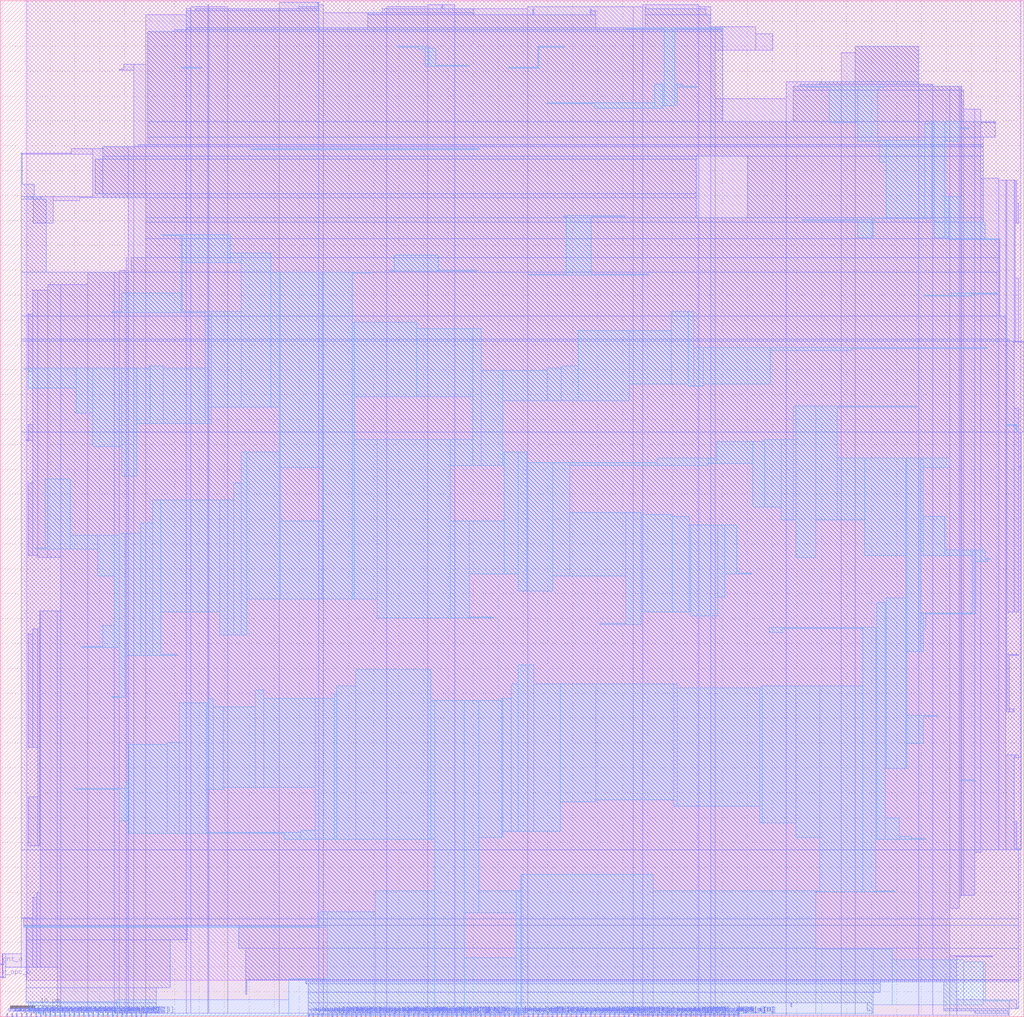
<source format=lef>
VERSION 5.8 ;
BUSBITCHARS "[]" ;
DIVIDERCHAR "/" ;
UNITS
    DATABASE MICRONS 1000 ;
END UNITS

MACRO timer_unit
  FOREIGN timer_unit 0 0 ;
  CLASS BLOCK ;
  SIZE 205.585 BY 204.12 ;
  PIN VDD
    USE POWER ;
    DIRECTION INOUT ;
  END VDD
  PIN VSS
    USE GROUND ;
    DIRECTION INOUT ;
  END VSS
  PIN gnt_o
    DIRECTION OUTPUT ;
    USE SIGNAL ;
    PORT
      LAYER Metal2 ;
        RECT  0 10.4 0.72 10.6 ;
    END
  END gnt_o
  PIN r_opc_o
    DIRECTION OUTPUT ;
    USE SIGNAL ;
    PORT
      LAYER Metal2 ;
        RECT  0 7.88 0.72 8.08 ;
    END
  END r_opc_o
  PIN addr_i[0]
    DIRECTION INPUT ;
    USE SIGNAL ;
    PORT
      LAYER Metal3 ;
        RECT  148.22 0 148.42 0.72 ;
    END
  END addr_i[0]
  PIN addr_i[10]
    DIRECTION INPUT ;
    USE SIGNAL ;
    PORT
      LAYER Metal3 ;
        RECT  1.34 0 1.54 0.72 ;
    END
  END addr_i[10]
  PIN addr_i[11]
    DIRECTION INPUT ;
    USE SIGNAL ;
    PORT
      LAYER Metal3 ;
        RECT  2.3 0 2.5 0.72 ;
    END
  END addr_i[11]
  PIN addr_i[12]
    DIRECTION INPUT ;
    USE SIGNAL ;
    PORT
      LAYER Metal3 ;
        RECT  3.26 0 3.46 0.72 ;
    END
  END addr_i[12]
  PIN addr_i[13]
    DIRECTION INPUT ;
    USE SIGNAL ;
    PORT
      LAYER Metal3 ;
        RECT  4.22 0 4.42 0.72 ;
    END
  END addr_i[13]
  PIN addr_i[14]
    DIRECTION INPUT ;
    USE SIGNAL ;
    PORT
      LAYER Metal3 ;
        RECT  5.18 0 5.38 0.72 ;
    END
  END addr_i[14]
  PIN addr_i[15]
    DIRECTION INPUT ;
    USE SIGNAL ;
    PORT
      LAYER Metal3 ;
        RECT  6.14 0 6.34 0.72 ;
    END
  END addr_i[15]
  PIN addr_i[16]
    DIRECTION INPUT ;
    USE SIGNAL ;
    PORT
      LAYER Metal3 ;
        RECT  7.1 0 7.3 0.72 ;
    END
  END addr_i[16]
  PIN addr_i[17]
    DIRECTION INPUT ;
    USE SIGNAL ;
    PORT
      LAYER Metal3 ;
        RECT  8.06 0 8.26 0.72 ;
    END
  END addr_i[17]
  PIN addr_i[18]
    DIRECTION INPUT ;
    USE SIGNAL ;
    PORT
      LAYER Metal3 ;
        RECT  9.02 0 9.22 0.72 ;
    END
  END addr_i[18]
  PIN addr_i[19]
    DIRECTION INPUT ;
    USE SIGNAL ;
    PORT
      LAYER Metal3 ;
        RECT  9.98 0 10.18 0.72 ;
    END
  END addr_i[19]
  PIN addr_i[1]
    DIRECTION INPUT ;
    USE SIGNAL ;
    PORT
      LAYER Metal3 ;
        RECT  129.02 0 129.22 0.72 ;
    END
  END addr_i[1]
  PIN addr_i[20]
    DIRECTION INPUT ;
    USE SIGNAL ;
    PORT
      LAYER Metal3 ;
        RECT  10.94 0 11.14 0.72 ;
    END
  END addr_i[20]
  PIN addr_i[21]
    DIRECTION INPUT ;
    USE SIGNAL ;
    PORT
      LAYER Metal3 ;
        RECT  11.9 0 12.1 0.72 ;
    END
  END addr_i[21]
  PIN addr_i[22]
    DIRECTION INPUT ;
    USE SIGNAL ;
    PORT
      LAYER Metal3 ;
        RECT  12.86 0 13.06 0.72 ;
    END
  END addr_i[22]
  PIN addr_i[23]
    DIRECTION INPUT ;
    USE SIGNAL ;
    PORT
      LAYER Metal3 ;
        RECT  13.82 0 14.02 0.72 ;
    END
  END addr_i[23]
  PIN addr_i[24]
    DIRECTION INPUT ;
    USE SIGNAL ;
    PORT
      LAYER Metal3 ;
        RECT  14.78 0 14.98 0.72 ;
    END
  END addr_i[24]
  PIN addr_i[25]
    DIRECTION INPUT ;
    USE SIGNAL ;
    PORT
      LAYER Metal3 ;
        RECT  15.74 0 15.94 0.72 ;
    END
  END addr_i[25]
  PIN addr_i[26]
    DIRECTION INPUT ;
    USE SIGNAL ;
    PORT
      LAYER Metal3 ;
        RECT  16.7 0 16.9 0.72 ;
    END
  END addr_i[26]
  PIN addr_i[27]
    DIRECTION INPUT ;
    USE SIGNAL ;
    PORT
      LAYER Metal3 ;
        RECT  17.66 0 17.86 0.72 ;
    END
  END addr_i[27]
  PIN addr_i[28]
    DIRECTION INPUT ;
    USE SIGNAL ;
    PORT
      LAYER Metal3 ;
        RECT  18.62 0 18.82 0.72 ;
    END
  END addr_i[28]
  PIN addr_i[29]
    DIRECTION INPUT ;
    USE SIGNAL ;
    PORT
      LAYER Metal3 ;
        RECT  19.58 0 19.78 0.72 ;
    END
  END addr_i[29]
  PIN addr_i[2]
    DIRECTION INPUT ;
    USE SIGNAL ;
    PORT
      LAYER Metal3 ;
        RECT  138.62 0 138.82 0.72 ;
    END
  END addr_i[2]
  PIN addr_i[30]
    DIRECTION INPUT ;
    USE SIGNAL ;
    PORT
      LAYER Metal3 ;
        RECT  20.54 0 20.74 0.72 ;
    END
  END addr_i[30]
  PIN addr_i[31]
    DIRECTION INPUT ;
    USE SIGNAL ;
    PORT
      LAYER Metal3 ;
        RECT  21.5 0 21.7 0.72 ;
    END
  END addr_i[31]
  PIN addr_i[3]
    DIRECTION INPUT ;
    USE SIGNAL ;
    PORT
      LAYER Metal3 ;
        RECT  127.1 0 127.3 0.72 ;
    END
  END addr_i[3]
  PIN addr_i[4]
    DIRECTION INPUT ;
    USE SIGNAL ;
    PORT
      LAYER Metal3 ;
        RECT  146.3 0 146.5 0.72 ;
    END
  END addr_i[4]
  PIN addr_i[5]
    DIRECTION INPUT ;
    USE SIGNAL ;
    PORT
      LAYER Metal3 ;
        RECT  105.98 0 106.18 0.72 ;
    END
  END addr_i[5]
  PIN addr_i[6]
    DIRECTION INPUT ;
    USE SIGNAL ;
    PORT
      LAYER Metal3 ;
        RECT  22.46 0 22.66 0.72 ;
    END
  END addr_i[6]
  PIN addr_i[7]
    DIRECTION INPUT ;
    USE SIGNAL ;
    PORT
      LAYER Metal3 ;
        RECT  23.42 0 23.62 0.72 ;
    END
  END addr_i[7]
  PIN addr_i[8]
    DIRECTION INPUT ;
    USE SIGNAL ;
    PORT
      LAYER Metal3 ;
        RECT  24.38 0 24.58 0.72 ;
    END
  END addr_i[8]
  PIN addr_i[9]
    DIRECTION INPUT ;
    USE SIGNAL ;
    PORT
      LAYER Metal3 ;
        RECT  25.34 0 25.54 0.72 ;
    END
  END addr_i[9]
  PIN be_i[0]
    DIRECTION INPUT ;
    USE SIGNAL ;
    PORT
      LAYER Metal3 ;
        RECT  26.3 0 26.5 0.72 ;
    END
  END be_i[0]
  PIN be_i[1]
    DIRECTION INPUT ;
    USE SIGNAL ;
    PORT
      LAYER Metal3 ;
        RECT  27.26 0 27.46 0.72 ;
    END
  END be_i[1]
  PIN be_i[2]
    DIRECTION INPUT ;
    USE SIGNAL ;
    PORT
      LAYER Metal3 ;
        RECT  28.22 0 28.42 0.72 ;
    END
  END be_i[2]
  PIN be_i[3]
    DIRECTION INPUT ;
    USE SIGNAL ;
    PORT
      LAYER Metal3 ;
        RECT  29.18 0 29.38 0.72 ;
    END
  END be_i[3]
  PIN busy_o
    DIRECTION OUTPUT ;
    USE SIGNAL ;
    PORT
      LAYER Metal3 ;
        RECT  101.18 0 101.38 0.72 ;
    END
  END busy_o
  PIN clk_i
    DIRECTION INPUT ;
    USE SIGNAL ;
    PORT
      LAYER Metal3 ;
        RECT  112.7 0 112.9 0.72 ;
    END
  END clk_i
  PIN event_hi_i
    DIRECTION INPUT ;
    USE SIGNAL ;
    PORT
      LAYER Metal3 ;
        RECT  128.06 0 128.26 0.72 ;
    END
  END event_hi_i
  PIN event_lo_i
    DIRECTION INPUT ;
    USE SIGNAL ;
    PORT
      LAYER Metal3 ;
        RECT  106.94 0 107.14 0.72 ;
    END
  END event_lo_i
  PIN id_i[0]
    DIRECTION INPUT ;
    USE SIGNAL ;
    PORT
      LAYER Metal3 ;
        RECT  98.3 0 98.5 0.72 ;
    END
  END id_i[0]
  PIN id_i[1]
    DIRECTION INPUT ;
    USE SIGNAL ;
    PORT
      LAYER Metal3 ;
        RECT  144.38 0 144.58 0.72 ;
    END
  END id_i[1]
  PIN id_i[2]
    DIRECTION INPUT ;
    USE SIGNAL ;
    PORT
      LAYER Metal3 ;
        RECT  96.38 0 96.58 0.72 ;
    END
  END id_i[2]
  PIN id_i[3]
    DIRECTION INPUT ;
    USE SIGNAL ;
    PORT
      LAYER Metal3 ;
        RECT  139.58 0 139.78 0.72 ;
    END
  END id_i[3]
  PIN id_i[4]
    DIRECTION INPUT ;
    USE SIGNAL ;
    PORT
      LAYER Metal3 ;
        RECT  95.42 0 95.62 0.72 ;
    END
  END id_i[4]
  PIN irq_hi_o
    DIRECTION OUTPUT ;
    USE SIGNAL ;
    PORT
      LAYER Metal3 ;
        RECT  94.46 0 94.66 0.72 ;
    END
  END irq_hi_o
  PIN irq_lo_o
    DIRECTION OUTPUT ;
    USE SIGNAL ;
    PORT
      LAYER Metal3 ;
        RECT  100.22 0 100.42 0.72 ;
    END
  END irq_lo_o
  PIN r_id_o[0]
    DIRECTION OUTPUT ;
    USE SIGNAL ;
    PORT
      LAYER Metal3 ;
        RECT  108.86 0 109.06 0.72 ;
    END
  END r_id_o[0]
  PIN r_id_o[1]
    DIRECTION OUTPUT ;
    USE SIGNAL ;
    PORT
      LAYER Metal3 ;
        RECT  129.98 0 130.18 0.72 ;
    END
  END r_id_o[1]
  PIN r_id_o[2]
    DIRECTION OUTPUT ;
    USE SIGNAL ;
    PORT
      LAYER Metal3 ;
        RECT  111.74 0 111.94 0.72 ;
    END
  END r_id_o[2]
  PIN r_id_o[3]
    DIRECTION OUTPUT ;
    USE SIGNAL ;
    PORT
      LAYER Metal3 ;
        RECT  90.62 0 90.82 0.72 ;
    END
  END r_id_o[3]
  PIN r_id_o[4]
    DIRECTION OUTPUT ;
    USE SIGNAL ;
    PORT
      LAYER Metal3 ;
        RECT  109.82 0 110.02 0.72 ;
    END
  END r_id_o[4]
  PIN r_rdata_o[0]
    DIRECTION OUTPUT ;
    USE SIGNAL ;
    PORT
      LAYER Metal3 ;
        RECT  103.1 0 103.3 0.72 ;
    END
  END r_rdata_o[0]
  PIN r_rdata_o[10]
    DIRECTION OUTPUT ;
    USE SIGNAL ;
    PORT
      LAYER Metal3 ;
        RECT  130.94 0 131.14 0.72 ;
    END
  END r_rdata_o[10]
  PIN r_rdata_o[11]
    DIRECTION OUTPUT ;
    USE SIGNAL ;
    PORT
      LAYER Metal3 ;
        RECT  87.74 0 87.94 0.72 ;
    END
  END r_rdata_o[11]
  PIN r_rdata_o[12]
    DIRECTION OUTPUT ;
    USE SIGNAL ;
    PORT
      LAYER Metal3 ;
        RECT  110.78 0 110.98 0.72 ;
    END
  END r_rdata_o[12]
  PIN r_rdata_o[13]
    DIRECTION OUTPUT ;
    USE SIGNAL ;
    PORT
      LAYER Metal3 ;
        RECT  140.54 0 140.74 0.72 ;
    END
  END r_rdata_o[13]
  PIN r_rdata_o[14]
    DIRECTION OUTPUT ;
    USE SIGNAL ;
    PORT
      LAYER Metal3 ;
        RECT  85.82 0 86.02 0.72 ;
    END
  END r_rdata_o[14]
  PIN r_rdata_o[15]
    DIRECTION OUTPUT ;
    USE SIGNAL ;
    PORT
      LAYER Metal3 ;
        RECT  131.9 0 132.1 0.72 ;
    END
  END r_rdata_o[15]
  PIN r_rdata_o[16]
    DIRECTION OUTPUT ;
    USE SIGNAL ;
    PORT
      LAYER Metal3 ;
        RECT  118.46 0 118.66 0.72 ;
    END
  END r_rdata_o[16]
  PIN r_rdata_o[17]
    DIRECTION OUTPUT ;
    USE SIGNAL ;
    PORT
      LAYER Metal3 ;
        RECT  83.9 0 84.1 0.72 ;
    END
  END r_rdata_o[17]
  PIN r_rdata_o[18]
    DIRECTION OUTPUT ;
    USE SIGNAL ;
    PORT
      LAYER Metal3 ;
        RECT  82.94 0 83.14 0.72 ;
    END
  END r_rdata_o[18]
  PIN r_rdata_o[19]
    DIRECTION OUTPUT ;
    USE SIGNAL ;
    PORT
      LAYER Metal3 ;
        RECT  102.14 0 102.34 0.72 ;
    END
  END r_rdata_o[19]
  PIN r_rdata_o[1]
    DIRECTION OUTPUT ;
    USE SIGNAL ;
    PORT
      LAYER Metal3 ;
        RECT  132.86 0 133.06 0.72 ;
    END
  END r_rdata_o[1]
  PIN r_rdata_o[20]
    DIRECTION OUTPUT ;
    USE SIGNAL ;
    PORT
      LAYER Metal3 ;
        RECT  81.02 0 81.22 0.72 ;
    END
  END r_rdata_o[20]
  PIN r_rdata_o[21]
    DIRECTION OUTPUT ;
    USE SIGNAL ;
    PORT
      LAYER Metal3 ;
        RECT  80.06 0 80.26 0.72 ;
    END
  END r_rdata_o[21]
  PIN r_rdata_o[22]
    DIRECTION OUTPUT ;
    USE SIGNAL ;
    PORT
      LAYER Metal3 ;
        RECT  79.1 0 79.3 0.72 ;
    END
  END r_rdata_o[22]
  PIN r_rdata_o[23]
    DIRECTION OUTPUT ;
    USE SIGNAL ;
    PORT
      LAYER Metal3 ;
        RECT  113.66 0 113.86 0.72 ;
    END
  END r_rdata_o[23]
  PIN r_rdata_o[24]
    DIRECTION OUTPUT ;
    USE SIGNAL ;
    PORT
      LAYER Metal3 ;
        RECT  78.14 0 78.34 0.72 ;
    END
  END r_rdata_o[24]
  PIN r_rdata_o[25]
    DIRECTION OUTPUT ;
    USE SIGNAL ;
    PORT
      LAYER Metal3 ;
        RECT  141.5 0 141.7 0.72 ;
    END
  END r_rdata_o[25]
  PIN r_rdata_o[26]
    DIRECTION OUTPUT ;
    USE SIGNAL ;
    PORT
      LAYER Metal3 ;
        RECT  133.82 0 134.02 0.72 ;
    END
  END r_rdata_o[26]
  PIN r_rdata_o[27]
    DIRECTION OUTPUT ;
    USE SIGNAL ;
    PORT
      LAYER Metal3 ;
        RECT  114.62 0 114.82 0.72 ;
    END
  END r_rdata_o[27]
  PIN r_rdata_o[28]
    DIRECTION OUTPUT ;
    USE SIGNAL ;
    PORT
      LAYER Metal3 ;
        RECT  76.22 0 76.42 0.72 ;
    END
  END r_rdata_o[28]
  PIN r_rdata_o[29]
    DIRECTION OUTPUT ;
    USE SIGNAL ;
    PORT
      LAYER Metal3 ;
        RECT  75.26 0 75.46 0.72 ;
    END
  END r_rdata_o[29]
  PIN r_rdata_o[2]
    DIRECTION OUTPUT ;
    USE SIGNAL ;
    PORT
      LAYER Metal3 ;
        RECT  104.06 0 104.26 0.72 ;
    END
  END r_rdata_o[2]
  PIN r_rdata_o[30]
    DIRECTION OUTPUT ;
    USE SIGNAL ;
    PORT
      LAYER Metal3 ;
        RECT  115.58 0 115.78 0.72 ;
    END
  END r_rdata_o[30]
  PIN r_rdata_o[31]
    DIRECTION OUTPUT ;
    USE SIGNAL ;
    PORT
      LAYER Metal3 ;
        RECT  145.34 0 145.54 0.72 ;
    END
  END r_rdata_o[31]
  PIN r_rdata_o[3]
    DIRECTION OUTPUT ;
    USE SIGNAL ;
    PORT
      LAYER Metal3 ;
        RECT  72.38 0 72.58 0.72 ;
    END
  END r_rdata_o[3]
  PIN r_rdata_o[4]
    DIRECTION OUTPUT ;
    USE SIGNAL ;
    PORT
      LAYER Metal3 ;
        RECT  84.86 0 85.06 0.72 ;
    END
  END r_rdata_o[4]
  PIN r_rdata_o[5]
    DIRECTION OUTPUT ;
    USE SIGNAL ;
    PORT
      LAYER Metal3 ;
        RECT  116.54 0 116.74 0.72 ;
    END
  END r_rdata_o[5]
  PIN r_rdata_o[6]
    DIRECTION OUTPUT ;
    USE SIGNAL ;
    PORT
      LAYER Metal3 ;
        RECT  134.78 0 134.98 0.72 ;
    END
  END r_rdata_o[6]
  PIN r_rdata_o[7]
    DIRECTION OUTPUT ;
    USE SIGNAL ;
    PORT
      LAYER Metal3 ;
        RECT  88.7 0 88.9 0.72 ;
    END
  END r_rdata_o[7]
  PIN r_rdata_o[8]
    DIRECTION OUTPUT ;
    USE SIGNAL ;
    PORT
      LAYER Metal3 ;
        RECT  74.3 0 74.5 0.72 ;
    END
  END r_rdata_o[8]
  PIN r_rdata_o[9]
    DIRECTION OUTPUT ;
    USE SIGNAL ;
    PORT
      LAYER Metal3 ;
        RECT  117.5 0 117.7 0.72 ;
    END
  END r_rdata_o[9]
  PIN r_valid_o
    DIRECTION OUTPUT ;
    USE SIGNAL ;
    PORT
      LAYER Metal3 ;
        RECT  92.54 0 92.74 0.72 ;
    END
  END r_valid_o
  PIN ref_clk_i
    DIRECTION INPUT ;
    USE SIGNAL ;
    PORT
      LAYER Metal3 ;
        RECT  105.02 0 105.22 0.72 ;
    END
  END ref_clk_i
  PIN req_i
    DIRECTION INPUT ;
    USE SIGNAL ;
    PORT
      LAYER Metal3 ;
        RECT  70.46 0 70.66 0.72 ;
    END
  END req_i
  PIN rst_ni
    DIRECTION INPUT ;
    USE SIGNAL ;
    PORT
      LAYER Metal3 ;
        RECT  142.46 0 142.66 0.72 ;
    END
  END rst_ni
  PIN wdata_i[0]
    DIRECTION INPUT ;
    USE SIGNAL ;
    PORT
      LAYER Metal3 ;
        RECT  99.26 0 99.46 0.72 ;
    END
  END wdata_i[0]
  PIN wdata_i[10]
    DIRECTION INPUT ;
    USE SIGNAL ;
    PORT
      LAYER Metal3 ;
        RECT  135.74 0 135.94 0.72 ;
    END
  END wdata_i[10]
  PIN wdata_i[11]
    DIRECTION INPUT ;
    USE SIGNAL ;
    PORT
      LAYER Metal3 ;
        RECT  125.18 0 125.38 0.72 ;
    END
  END wdata_i[11]
  PIN wdata_i[12]
    DIRECTION INPUT ;
    USE SIGNAL ;
    PORT
      LAYER Metal3 ;
        RECT  119.42 0 119.62 0.72 ;
    END
  END wdata_i[12]
  PIN wdata_i[13]
    DIRECTION INPUT ;
    USE SIGNAL ;
    PORT
      LAYER Metal3 ;
        RECT  69.5 0 69.7 0.72 ;
    END
  END wdata_i[13]
  PIN wdata_i[14]
    DIRECTION INPUT ;
    USE SIGNAL ;
    PORT
      LAYER Metal3 ;
        RECT  77.18 0 77.38 0.72 ;
    END
  END wdata_i[14]
  PIN wdata_i[15]
    DIRECTION INPUT ;
    USE SIGNAL ;
    PORT
      LAYER Metal3 ;
        RECT  68.54 0 68.74 0.72 ;
    END
  END wdata_i[15]
  PIN wdata_i[16]
    DIRECTION INPUT ;
    USE SIGNAL ;
    PORT
      LAYER Metal3 ;
        RECT  120.38 0 120.58 0.72 ;
    END
  END wdata_i[16]
  PIN wdata_i[17]
    DIRECTION INPUT ;
    USE SIGNAL ;
    PORT
      LAYER Metal3 ;
        RECT  67.58 0 67.78 0.72 ;
    END
  END wdata_i[17]
  PIN wdata_i[18]
    DIRECTION INPUT ;
    USE SIGNAL ;
    PORT
      LAYER Metal3 ;
        RECT  73.34 0 73.54 0.72 ;
    END
  END wdata_i[18]
  PIN wdata_i[19]
    DIRECTION INPUT ;
    USE SIGNAL ;
    PORT
      LAYER Metal3 ;
        RECT  65.66 0 65.86 0.72 ;
    END
  END wdata_i[19]
  PIN wdata_i[1]
    DIRECTION INPUT ;
    USE SIGNAL ;
    PORT
      LAYER Metal3 ;
        RECT  121.34 0 121.54 0.72 ;
    END
  END wdata_i[1]
  PIN wdata_i[20]
    DIRECTION INPUT ;
    USE SIGNAL ;
    PORT
      LAYER Metal3 ;
        RECT  136.7 0 136.9 0.72 ;
    END
  END wdata_i[20]
  PIN wdata_i[21]
    DIRECTION INPUT ;
    USE SIGNAL ;
    PORT
      LAYER Metal3 ;
        RECT  91.58 0 91.78 0.72 ;
    END
  END wdata_i[21]
  PIN wdata_i[22]
    DIRECTION INPUT ;
    USE SIGNAL ;
    PORT
      LAYER Metal3 ;
        RECT  64.7 0 64.9 0.72 ;
    END
  END wdata_i[22]
  PIN wdata_i[23]
    DIRECTION INPUT ;
    USE SIGNAL ;
    PORT
      LAYER Metal3 ;
        RECT  122.3 0 122.5 0.72 ;
    END
  END wdata_i[23]
  PIN wdata_i[24]
    DIRECTION INPUT ;
    USE SIGNAL ;
    PORT
      LAYER Metal3 ;
        RECT  63.74 0 63.94 0.72 ;
    END
  END wdata_i[24]
  PIN wdata_i[25]
    DIRECTION INPUT ;
    USE SIGNAL ;
    PORT
      LAYER Metal3 ;
        RECT  107.9 0 108.1 0.72 ;
    END
  END wdata_i[25]
  PIN wdata_i[26]
    DIRECTION INPUT ;
    USE SIGNAL ;
    PORT
      LAYER Metal3 ;
        RECT  62.78 0 62.98 0.72 ;
    END
  END wdata_i[26]
  PIN wdata_i[27]
    DIRECTION INPUT ;
    USE SIGNAL ;
    PORT
      LAYER Metal3 ;
        RECT  123.26 0 123.46 0.72 ;
    END
  END wdata_i[27]
  PIN wdata_i[28]
    DIRECTION INPUT ;
    USE SIGNAL ;
    PORT
      LAYER Metal3 ;
        RECT  66.62 0 66.82 0.72 ;
    END
  END wdata_i[28]
  PIN wdata_i[29]
    DIRECTION INPUT ;
    USE SIGNAL ;
    PORT
      LAYER Metal3 ;
        RECT  89.66 0 89.86 0.72 ;
    END
  END wdata_i[29]
  PIN wdata_i[2]
    DIRECTION INPUT ;
    USE SIGNAL ;
    PORT
      LAYER Metal3 ;
        RECT  143.42 0 143.62 0.72 ;
    END
  END wdata_i[2]
  PIN wdata_i[30]
    DIRECTION INPUT ;
    USE SIGNAL ;
    PORT
      LAYER Metal3 ;
        RECT  124.22 0 124.42 0.72 ;
    END
  END wdata_i[30]
  PIN wdata_i[31]
    DIRECTION INPUT ;
    USE SIGNAL ;
    PORT
      LAYER Metal3 ;
        RECT  137.66 0 137.86 0.72 ;
    END
  END wdata_i[31]
  PIN wdata_i[3]
    DIRECTION INPUT ;
    USE SIGNAL ;
    PORT
      LAYER Metal3 ;
        RECT  86.78 0 86.98 0.72 ;
    END
  END wdata_i[3]
  PIN wdata_i[4]
    DIRECTION INPUT ;
    USE SIGNAL ;
    PORT
      LAYER Metal3 ;
        RECT  61.82 0 62.02 0.72 ;
    END
  END wdata_i[4]
  PIN wdata_i[5]
    DIRECTION INPUT ;
    USE SIGNAL ;
    PORT
      LAYER Metal3 ;
        RECT  147.26 0 147.46 0.72 ;
    END
  END wdata_i[5]
  PIN wdata_i[6]
    DIRECTION INPUT ;
    USE SIGNAL ;
    PORT
      LAYER Metal3 ;
        RECT  93.5 0 93.7 0.72 ;
    END
  END wdata_i[6]
  PIN wdata_i[7]
    DIRECTION INPUT ;
    USE SIGNAL ;
    PORT
      LAYER Metal3 ;
        RECT  81.98 0 82.18 0.72 ;
    END
  END wdata_i[7]
  PIN wdata_i[8]
    DIRECTION INPUT ;
    USE SIGNAL ;
    PORT
      LAYER Metal3 ;
        RECT  71.42 0 71.62 0.72 ;
    END
  END wdata_i[8]
  PIN wdata_i[9]
    DIRECTION INPUT ;
    USE SIGNAL ;
    PORT
      LAYER Metal3 ;
        RECT  126.14 0 126.34 0.72 ;
    END
  END wdata_i[9]
  PIN wen_i
    DIRECTION INPUT ;
    USE SIGNAL ;
    PORT
      LAYER Metal3 ;
        RECT  97.34 0 97.54 0.72 ;
    END
  END wen_i
  OBS
    LAYER Metal1 ;
     RECT  5.28 7.34 204.96 204.34 ;
    LAYER Metal2 ;
     RECT  0.38 8.3 0.48 12.7 ;
     RECT  0.48 7.88 1.06 12.7 ;
     RECT  1.06 9.98 4.22 12.7 ;
     RECT  5.18 115.82 5.66 116.02 ;
     RECT  4.22 9.98 6.54 19.84 ;
     RECT  5.66 115.82 6.54 118.96 ;
     RECT  5.66 129.68 6.54 141.22 ;
     RECT  5.66 54.08 6.56 76.96 ;
     RECT  5.66 92.72 6.56 107.2 ;
     RECT  6.54 115.82 6.56 141.22 ;
     RECT  6.14 164.54 6.62 164.74 ;
     RECT  6.54 9.98 7.315 24.04 ;
     RECT  5.66 34.34 7.58 44.2 ;
     RECT  6.56 54.08 7.58 77.97 ;
     RECT  6.56 92.685 7.58 146.01 ;
     RECT  7.58 34.34 7.98 77.97 ;
     RECT  7.315 9.98 8.06 24.88 ;
     RECT  7.98 34.34 8.06 81.58 ;
     RECT  7.58 92.3 9.5 146.01 ;
     RECT  6.62 159.5 10.66 164.74 ;
     RECT  5.66 1.16 11.42 1.36 ;
     RECT  8.06 9.98 11.42 81.58 ;
     RECT  11.42 1.16 12.155 81.58 ;
     RECT  9.5 92.3 12.155 147.1 ;
     RECT  4.22 173.36 14.3 173.56 ;
     RECT  10.66 163.95 15.925 164.74 ;
     RECT  12.155 1.16 17.58 147.1 ;
     RECT  15.925 164.54 18.62 164.74 ;
     RECT  14.3 173.36 18.62 174.4 ;
     RECT  18.62 164.54 20.54 174.4 ;
     RECT  17.58 1.16 22.94 149.62 ;
     RECT  22.94 0.74 23.93 149.62 ;
     RECT  23.9 190.16 24.8 190.36 ;
     RECT  23.93 0.74 25.26 149.96 ;
     RECT  25.26 0.74 25.74 152.56 ;
     RECT  20.54 164.54 25.74 174.82 ;
     RECT  25.74 0.74 26.78 174.82 ;
     RECT  24.8 190.16 26.78 191.37 ;
     RECT  26.78 0.74 29.18 191.37 ;
     RECT  29.18 0.74 37.34 201.28 ;
     RECT  37.34 0.74 38.3 202.54 ;
     RECT  38.3 0.74 41.66 202.96 ;
     RECT  41.66 0.74 41.86 203.38 ;
     RECT  41.86 0.74 45.7 202.96 ;
     RECT  45.7 0.74 56.06 202.54 ;
     RECT  56.06 0.74 63.94 203.8 ;
     RECT  63.94 0.74 64.9 203.38 ;
     RECT  64.9 0.74 77.66 201.7 ;
     RECT  77.66 0.74 85.82 202.96 ;
     RECT  85.82 0.74 91.3 203.38 ;
     RECT  91.3 0.74 105.98 202.54 ;
     RECT  105.98 0.74 127.1 202.96 ;
     RECT  127.1 0.32 129.02 202.96 ;
     RECT  129.02 0.32 140.26 203.38 ;
     RECT  140.26 0.32 142.66 202.96 ;
     RECT  142.66 0.32 143.62 198.93 ;
     RECT  143.62 194.19 151.765 198.93 ;
     RECT  151.765 194.19 155.14 197.5 ;
     RECT  143.62 0.32 157.82 184.48 ;
     RECT  157.82 0.32 168.86 187.84 ;
     RECT  168.86 0.32 171.74 193.72 ;
     RECT  171.74 0.32 184.42 194.98 ;
     RECT  184.42 0.32 187.3 187.42 ;
     RECT  187.3 0.32 190.66 187 ;
     RECT  190.66 0.32 192.1 12.28 ;
     RECT  190.66 21.74 192.58 187 ;
     RECT  192.58 23.92 192.88 187 ;
     RECT  192.88 24.415 193.06 187 ;
     RECT  193.06 24.415 193.525 183.81 ;
     RECT  193.525 24.415 195.69 182.38 ;
     RECT  195.69 33.08 196.9 182.38 ;
     RECT  192.1 12.08 199.3 12.28 ;
     RECT  196.9 179.66 199.78 179.86 ;
     RECT  196.9 33.5 200.49 168.52 ;
     RECT  200.49 33.5 201.94 168.1 ;
     RECT  201.94 61.22 202.18 168.1 ;
     RECT  192.1 0.32 202.66 3.46 ;
     RECT  202.18 61.22 202.66 72.76 ;
     RECT  201.94 33.5 203.62 52.6 ;
     RECT  202.66 61.22 203.62 61.84 ;
     RECT  202.18 81.38 203.62 168.1 ;
     RECT  203.62 135.56 203.86 168.1 ;
     RECT  202.66 1.58 204.1 3.46 ;
     RECT  203.62 33.5 204.1 39.16 ;
     RECT  203.86 159.5 204.1 168.1 ;
     RECT  204.1 1.58 204.58 1.78 ;
     RECT  203.62 51.98 204.58 52.6 ;
     RECT  202.66 72.56 204.58 72.76 ;
     RECT  203.62 81.38 204.58 122.32 ;
     RECT  203.86 135.56 204.58 148.36 ;
     RECT  204.1 159.5 204.58 163.48 ;
     RECT  204.1 33.5 205.06 33.7 ;
     RECT  204.58 110.36 205.06 110.56 ;
     RECT  204.58 135.56 205.54 135.76 ;
    LAYER Metal3 ;
     RECT  104.54 0.32 104.74 0.42 ;
     RECT  8.54 0.32 8.74 0.74 ;
     RECT  202.46 0.32 202.66 0.74 ;
     RECT  6.62 0.74 8.74 1.16 ;
     RECT  175.1 0.74 175.3 1.16 ;
     RECT  195.74 0.74 202.66 1.16 ;
     RECT  5.66 1.16 8.74 1.58 ;
     RECT  22.94 0.74 23.14 1.58 ;
     RECT  189.5 1.16 202.66 1.58 ;
     RECT  5.66 1.58 31.3 2.84 ;
     RECT  61.82 0.42 148.42 2.84 ;
     RECT  158.78 2 158.98 2.84 ;
     RECT  174.14 1.16 175.3 2.84 ;
     RECT  61.82 2.84 175.3 4.94 ;
     RECT  5.18 2.84 31.3 5.78 ;
     RECT  61.82 4.94 176.74 6.62 ;
     RECT  61.34 6.62 176.74 7.04 ;
     RECT  189.5 1.58 204.58 7.04 ;
     RECT  49.34 4.52 49.54 7.46 ;
     RECT  61.34 7.04 204.58 7.46 ;
     RECT  49.34 7.46 204.58 13.76 ;
     RECT  5.18 5.78 34.18 15.44 ;
     RECT  5.18 15.44 37.54 17.96 ;
     RECT  4.7 17.96 37.54 18.38 ;
     RECT  47.9 13.76 204.58 18.38 ;
     RECT  4.7 18.38 204.58 19.64 ;
     RECT  4.22 19.64 204.58 33.5 ;
     RECT  4.22 33.5 205.06 117.5 ;
     RECT  4.22 117.5 205.54 135.76 ;
     RECT  4.22 135.76 202.66 136.18 ;
     RECT  4.22 136.18 202.18 140.8 ;
     RECT  4.22 140.8 200.74 149.62 ;
     RECT  26.3 149.62 200.74 152.56 ;
     RECT  29.18 152.56 200.74 156.34 ;
     RECT  29.18 156.34 197.86 159.7 ;
     RECT  29.18 159.7 197.38 160.54 ;
     RECT  4.22 149.62 9.22 164.32 ;
     RECT  29.18 160.54 139.78 164.54 ;
     RECT  4.22 164.32 8.26 164.74 ;
     RECT  20.54 164.54 139.78 165.38 ;
     RECT  4.22 164.74 6.82 167.26 ;
     RECT  19.1 165.38 139.78 172.3 ;
     RECT  20.54 172.3 139.78 172.94 ;
     RECT  150.14 160.54 197.38 172.94 ;
     RECT  4.22 167.26 4.42 173.56 ;
     RECT  20.54 172.94 197.38 174.82 ;
     RECT  27.74 174.82 197.38 175.24 ;
     RECT  29.66 175.24 197.38 176.72 ;
     RECT  29.66 176.72 199.78 179.86 ;
     RECT  159.26 179.86 193.54 186.16 ;
     RECT  159.26 186.16 193.06 187 ;
     RECT  160.7 187 187.3 187.42 ;
     RECT  164.54 187.42 184.42 187.84 ;
     RECT  171.74 187.84 184.42 194.98 ;
     RECT  29.66 179.86 145.06 197.92 ;
     RECT  34.94 197.92 145.06 198.34 ;
     RECT  37.34 198.34 145.06 198.76 ;
     RECT  73.82 198.76 119.62 201.28 ;
     RECT  129.5 198.76 142.66 201.28 ;
     RECT  73.82 201.28 95.14 201.7 ;
     RECT  37.34 198.76 63.94 202.12 ;
     RECT  118.46 201.28 119.62 202.12 ;
     RECT  39.26 202.12 63.94 202.54 ;
     RECT  76.7 201.7 95.14 202.54 ;
     RECT  106.94 201.28 107.14 202.54 ;
     RECT  118.46 202.12 118.66 202.54 ;
     RECT  129.5 201.28 141.7 202.54 ;
     RECT  59.9 202.54 63.94 202.96 ;
     RECT  129.5 202.54 129.7 202.96 ;
     RECT  88.7 202.54 88.9 203.38 ;
     RECT  63.74 202.96 63.94 203.8 ;
    LAYER Metal4 ;
     RECT  4.7 130.1 5.66 130.3 ;
     RECT  5.18 2.84 6.14 3.04 ;
     RECT  6.14 1.16 6.62 3.04 ;
     RECT  6.62 0.74 8.54 3.04 ;
     RECT  7.1 93.98 9.02 94.18 ;
     RECT  9.02 93.98 14.02 108.04 ;
     RECT  5.66 126.32 15.26 130.3 ;
     RECT  15.26 121.28 18.62 130.3 ;
     RECT  14.02 93.98 19.58 96.7 ;
     RECT  16.22 74.24 20.54 74.44 ;
     RECT  20.54 74.24 22.94 78.64 ;
     RECT  19.58 88.52 22.94 96.7 ;
     RECT  8.54 0.32 23.42 3.04 ;
     RECT  15.26 45.68 23.9 45.88 ;
     RECT  22.46 64.16 23.9 64.36 ;
     RECT  22.94 74.24 23.9 96.7 ;
     RECT  18.62 114.56 24.38 130.3 ;
     RECT  22.46 141.44 24.38 141.64 ;
     RECT  23.9 64.16 25.06 97.12 ;
     RECT  23.9 39.38 25.34 45.88 ;
     RECT  25.34 39.38 25.82 47.14 ;
     RECT  24.38 108.68 27.46 130.3 ;
     RECT  25.06 72.56 28.22 97.12 ;
     RECT  27.46 119.18 30.14 130.3 ;
     RECT  28.22 72.56 30.62 99.22 ;
     RECT  30.62 72.56 32.26 103.84 ;
     RECT  30.14 119.18 32.74 130.72 ;
     RECT  25.82 36.86 33.5 54.7 ;
     RECT  32.26 72.56 35.62 72.76 ;
     RECT  33.5 36.86 35.9 55.12 ;
     RECT  24.38 141.44 36.38 145.42 ;
     RECT  32.54 156.98 36.38 157.18 ;
     RECT  36.38 141.44 36.58 157.18 ;
     RECT  36.38 190.58 40.42 190.78 ;
     RECT  32.74 119.18 41.18 130.3 ;
     RECT  36.58 141.44 41.18 141.64 ;
     RECT  35.9 36.86 41.38 63.1 ;
     RECT  41.38 45.68 41.66 63.1 ;
     RECT  41.18 119.18 42.34 141.64 ;
     RECT  41.66 45.68 42.82 63.94 ;
     RECT  32.26 81.38 44.06 103.84 ;
     RECT  42.82 45.68 44.74 62.26 ;
     RECT  36.58 151.52 46.18 157.18 ;
     RECT  44.06 76.76 46.94 103.84 ;
     RECT  46.94 76.76 48.38 107.2 ;
     RECT  42.34 122.54 48.38 141.64 ;
     RECT  46.18 151.52 48.38 153.4 ;
     RECT  48.38 76.76 49.54 113.5 ;
     RECT  44.74 46.1 51.26 62.26 ;
     RECT  51.26 46.1 52.9 65.62 ;
     RECT  48.38 122.54 54.34 153.4 ;
     RECT  49.54 83.9 56.06 113.5 ;
     RECT  54.34 122.54 56.06 149.62 ;
     RECT  56.06 83.9 56.26 149.62 ;
     RECT  41.38 36.86 57.02 37.06 ;
     RECT  23.42 0.32 57.98 3.46 ;
     RECT  57.02 35.6 60.38 37.06 ;
     RECT  60.38 35.6 63.26 37.48 ;
     RECT  52.9 46.1 63.26 63.94 ;
     RECT  4.7 17.96 63.74 18.16 ;
     RECT  56.26 83.9 64.7 99.64 ;
     RECT  56.26 110.36 64.7 149.62 ;
     RECT  57.98 0.32 65.66 7.66 ;
     RECT  63.74 17.96 65.66 21.1 ;
     RECT  63.26 35.6 67.1 63.94 ;
     RECT  67.1 35.6 67.58 64.78 ;
     RECT  64.7 83.9 70.66 149.62 ;
     RECT  70.66 83.9 71.14 139.54 ;
     RECT  67.58 35.6 71.42 66.46 ;
     RECT  70.66 149.42 74.5 149.62 ;
     RECT  65.66 0.32 75.26 21.1 ;
     RECT  71.14 83.9 75.74 116.02 ;
     RECT  78.14 149.84 79.1 150.04 ;
     RECT  71.14 124.64 83.62 139.54 ;
     RECT  79.58 194.78 83.9 194.98 ;
     RECT  83.9 194.36 85.34 194.98 ;
     RECT  85.34 191 86.02 194.98 ;
     RECT  71.42 35.6 86.5 69.82 ;
     RECT  75.26 0.32 87.26 25.3 ;
     RECT  86.5 35.6 87.26 63.52 ;
     RECT  86.02 191 87.46 194.56 ;
     RECT  79.1 149.84 87.94 152.98 ;
     RECT  75.74 80.12 90.34 116.02 ;
     RECT  87.26 0.32 93.22 63.52 ;
     RECT  90.34 80.12 94.18 99.64 ;
     RECT  87.46 191 94.18 191.2 ;
     RECT  90.34 110.78 94.94 116.02 ;
     RECT  83.62 124.64 94.94 138.28 ;
     RECT  87.94 149.84 95.62 150.04 ;
     RECT  93.22 20.9 96.1 63.52 ;
     RECT  50.3 174.2 96.1 174.4 ;
     RECT  94.94 110.78 96.58 138.28 ;
     RECT  94.18 80.12 98.98 80.32 ;
     RECT  96.1 36.02 100.7 63.52 ;
     RECT  100.7 36.02 100.9 63.94 ;
     RECT  96.58 110.78 100.9 129.88 ;
     RECT  94.18 88.94 101.18 99.64 ;
     RECT  100.9 110.78 101.18 113.5 ;
     RECT  100.9 37.28 102.62 63.94 ;
     RECT  93.22 0.32 103.58 11.86 ;
     RECT  96.1 20.9 103.58 25.3 ;
     RECT  102.62 37.28 104.06 66.88 ;
     RECT  101.18 88.94 104.06 113.5 ;
     RECT  103.58 0.32 104.54 25.3 ;
     RECT  104.54 0.32 104.74 28.66 ;
     RECT  104.06 85.58 105.7 113.5 ;
     RECT  104.06 37.28 107.14 70.66 ;
     RECT  102.14 190.58 107.9 190.78 ;
     RECT  107.9 190.58 108.1 194.98 ;
     RECT  100.9 123.8 109.82 129.88 ;
     RECT  105.7 85.58 110.98 111.4 ;
     RECT  107.14 37.28 112.42 66.88 ;
     RECT  109.82 123.8 112.7 130.3 ;
     RECT  108.1 194.78 113.38 194.98 ;
     RECT  105.98 149 113.66 149.2 ;
     RECT  113.18 160.76 113.66 160.96 ;
     RECT  110.98 88.52 114.34 111.4 ;
     RECT  112.7 123.8 116.06 130.72 ;
     RECT  113.66 149 118.66 160.96 ;
     RECT  109.82 183.44 119.42 183.64 ;
     RECT  112.42 43.16 119.62 66.88 ;
     RECT  118.66 160.76 125.38 160.96 ;
     RECT  120.38 78.86 125.66 79.06 ;
     RECT  114.34 88.52 125.66 101.32 ;
     RECT  116.06 123.8 126.34 137.86 ;
     RECT  125.66 78.86 128.74 101.32 ;
     RECT  118.66 149 130.18 149.2 ;
     RECT  104.74 0.74 131.14 28.66 ;
     RECT  119.42 182.6 131.42 183.64 ;
     RECT  114.34 110.78 131.9 111.4 ;
     RECT  131.42 182.6 133.06 187.42 ;
     RECT  133.06 183.02 133.34 187.42 ;
     RECT  125.66 198.56 133.34 198.76 ;
     RECT  126.34 127.16 134.78 137.86 ;
     RECT  128.74 81.38 134.98 100.9 ;
     RECT  119.62 43.58 135.26 66.88 ;
     RECT  133.34 183.02 135.46 198.76 ;
     RECT  135.26 42.32 135.94 66.88 ;
     RECT  135.46 183.02 135.94 187.42 ;
     RECT  135.94 186.8 136.9 187.42 ;
     RECT  134.78 127.16 138.14 141.64 ;
     RECT  134.98 81.38 138.34 100.48 ;
     RECT  138.34 81.38 138.62 98.8 ;
     RECT  138.14 126.74 139.3 141.64 ;
     RECT  136.9 186.8 139.78 187 ;
     RECT  139.3 126.74 141.22 134.5 ;
     RECT  131.9 110.78 142.18 112.24 ;
     RECT  142.18 111.2 143.9 112.24 ;
     RECT  138.62 80.54 144.1 98.8 ;
     RECT  135.46 198.56 145.06 198.76 ;
     RECT  144.1 84.32 145.54 98.8 ;
     RECT  145.54 88.94 147.94 98.8 ;
     RECT  147.94 88.94 148.42 89.56 ;
     RECT  148.42 88.94 150.82 89.14 ;
     RECT  143.9 111.2 151.1 115.6 ;
     RECT  135.94 42.32 152.54 66.04 ;
     RECT  152.54 38.96 153.02 66.04 ;
     RECT  151.1 102.38 153.5 115.6 ;
     RECT  141.22 127.16 154.66 134.5 ;
     RECT  153.5 102.38 156.86 116.02 ;
     RECT  154.46 77.18 157.06 78.22 ;
     RECT  156.86 99.86 159.26 116.02 ;
     RECT  153.02 38.96 159.74 66.46 ;
     RECT  159.26 99.86 159.74 122.74 ;
     RECT  131.14 0.74 163.78 25.3 ;
     RECT  159.74 92.3 163.78 122.74 ;
     RECT  163.78 25.1 164.54 25.3 ;
     RECT  159.74 36.02 164.54 66.46 ;
     RECT  161.66 186.8 166.46 187 ;
     RECT  163.78 99.86 168.1 122.74 ;
     RECT  154.66 133.88 170.98 134.5 ;
     RECT  161.18 159.92 172.22 160.12 ;
     RECT  166.46 179.66 172.22 187 ;
     RECT  164.54 25.1 173.18 66.46 ;
     RECT  157.06 78.02 173.18 78.22 ;
     RECT  168.1 99.86 173.66 112.24 ;
     RECT  172.22 156.56 175.1 160.12 ;
     RECT  163.78 0.74 175.3 13.54 ;
     RECT  175.1 156.56 175.3 160.54 ;
     RECT  173.18 25.1 175.78 78.22 ;
     RECT  175.78 35.6 176.06 78.22 ;
     RECT  172.22 175.88 176.26 187 ;
     RECT  176.26 175.88 176.54 176.08 ;
     RECT  176.06 35.6 177.7 83.26 ;
     RECT  176.26 186.8 177.7 187 ;
     RECT  177.7 49.88 177.98 83.26 ;
     RECT  175.3 160.34 177.98 160.54 ;
     RECT  176.54 171.68 177.98 176.08 ;
     RECT  175.3 2.42 179.14 13.54 ;
     RECT  175.78 25.1 179.62 25.3 ;
     RECT  177.7 35.6 180.58 40 ;
     RECT  177.98 49.88 181.82 84.1 ;
     RECT  173.66 92.72 181.82 112.24 ;
     RECT  181.82 49.88 182.02 112.24 ;
     RECT  180.58 35.6 182.98 36.22 ;
     RECT  168.1 122.54 183.94 122.74 ;
     RECT  182.02 73.4 184.9 112.24 ;
     RECT  182.02 54.92 185.38 60.58 ;
     RECT  184.9 73.4 185.38 81.16 ;
     RECT  184.9 92.72 185.38 112.24 ;
     RECT  177.98 160.34 185.66 176.08 ;
     RECT  182.98 35.6 185.86 35.8 ;
     RECT  185.38 78.02 185.86 81.16 ;
     RECT  185.66 160.34 187.1 179.44 ;
     RECT  187.1 160.34 187.58 179.86 ;
     RECT  185.38 60.38 188.26 60.58 ;
     RECT  185.38 92.72 189.7 100.48 ;
     RECT  187.58 156.56 189.7 179.86 ;
     RECT  189.7 156.56 190.46 164.74 ;
     RECT  185.38 110.36 190.66 112.24 ;
     RECT  185.66 144.8 190.94 145 ;
     RECT  189.7 175.88 192.58 179.86 ;
     RECT  190.46 156.14 193.06 164.74 ;
     RECT  179.14 2.42 193.54 11.44 ;
     RECT  192.58 178.4 194.5 178.6 ;
     RECT  190.94 144.8 194.98 145.42 ;
     RECT  185.86 80.96 195.26 81.16 ;
     RECT  189.7 92.72 195.26 93.76 ;
     RECT  192.86 47.36 195.94 47.56 ;
     RECT  195.26 80.96 195.94 93.76 ;
     RECT  193.54 2.42 197.38 11.02 ;
     RECT  197.38 3.26 197.86 11.02 ;
     RECT  195.94 91.46 197.86 93.76 ;
     RECT  193.06 156.14 197.86 159.7 ;
     RECT  197.86 91.46 198.34 92.08 ;
     RECT  170.98 134.3 198.34 134.5 ;
     RECT  198.34 91.88 198.82 92.08 ;
     RECT  194.98 145.22 200.26 145.42 ;
     RECT  197.86 156.14 200.74 156.34 ;
     RECT  197.86 3.26 203.14 3.46 ;
     RECT  201.98 118.76 203.9 118.96 ;
     RECT  203.9 117.92 204.1 118.96 ;
  END
END timer_unit
END LIBRARY

</source>
